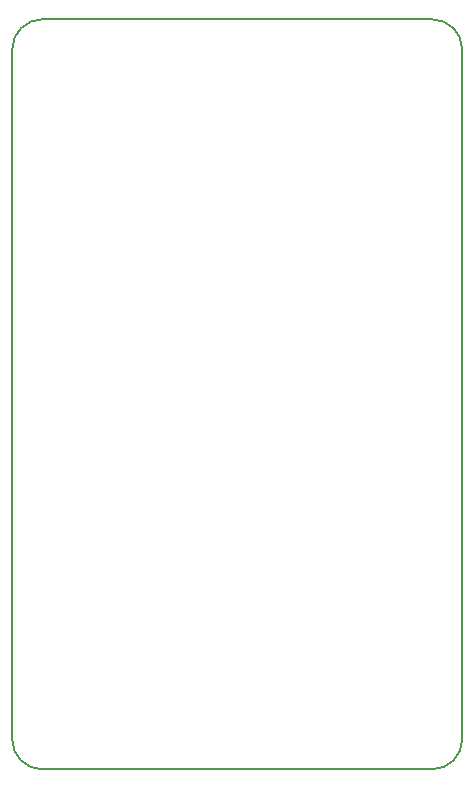
<source format=gbr>
G04 #@! TF.FileFunction,Profile,NP*
%FSLAX46Y46*%
G04 Gerber Fmt 4.6, Leading zero omitted, Abs format (unit mm)*
G04 Created by KiCad (PCBNEW (after 2015-mar-04 BZR unknown)-product) date Mon 16 Nov 2015 02:42:57 AM EST*
%MOMM*%
G01*
G04 APERTURE LIST*
%ADD10C,0.100000*%
%ADD11C,0.150000*%
G04 APERTURE END LIST*
D10*
D11*
X74930000Y-102870000D02*
X74930000Y-161290000D01*
X110490000Y-100330000D02*
X77470000Y-100330000D01*
X113030000Y-161290000D02*
X113030000Y-102870000D01*
X77470000Y-163830000D02*
X110490000Y-163830000D01*
X113030000Y-102870000D02*
G75*
G03X110490000Y-100330000I-2540000J0D01*
G01*
X77470000Y-100330000D02*
G75*
G03X74930000Y-102870000I0J-2540000D01*
G01*
X74930000Y-161290000D02*
G75*
G03X77470000Y-163830000I2540000J0D01*
G01*
X110490000Y-163830000D02*
G75*
G03X113030000Y-161290000I0J2540000D01*
G01*
M02*

</source>
